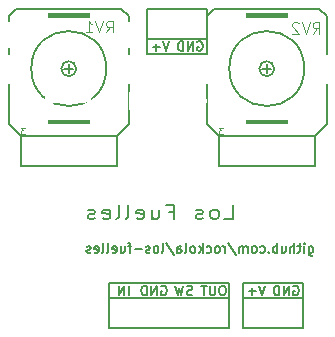
<source format=gbo>
%TF.GenerationSoftware,KiCad,Pcbnew,(5.99.0-2514-g93e326803)*%
%TF.CreationDate,2020-08-01T18:07:19+03:00*%
%TF.ProjectId,los-fuelles,6c6f732d-6675-4656-9c6c-65732e6b6963,rev?*%
%TF.SameCoordinates,Original*%
%TF.FileFunction,Legend,Bot*%
%TF.FilePolarity,Positive*%
%FSLAX46Y46*%
G04 Gerber Fmt 4.6, Leading zero omitted, Abs format (unit mm)*
G04 Created by KiCad (PCBNEW (5.99.0-2514-g93e326803)) date 2020-08-01 18:07:19*
%MOMM*%
%LPD*%
G01*
G04 APERTURE LIST*
%ADD10C,0.127000*%
%ADD11C,0.200000*%
%ADD12C,0.150000*%
%ADD13C,0.081280*%
%ADD14C,0.048768*%
%ADD15O,1.930400X1.930400*%
%ADD16R,1.930400X1.930400*%
%ADD17R,1.500000X1.500000*%
%ADD18C,1.500000*%
%ADD19C,1.600000*%
%ADD20O,1.600000X1.600000*%
%ADD21O,2.250000X2.250000*%
%ADD22R,2.200000X2.200000*%
%ADD23O,2.200000X2.200000*%
%ADD24R,1.600000X1.600000*%
G04 APERTURE END LIST*
D10*
X146556847Y-109404171D02*
X146556847Y-110051790D01*
X146594942Y-110127980D01*
X146633038Y-110166076D01*
X146709228Y-110204171D01*
X146823514Y-110204171D01*
X146899704Y-110166076D01*
X146556847Y-109899409D02*
X146633038Y-109937504D01*
X146785419Y-109937504D01*
X146861609Y-109899409D01*
X146899704Y-109861314D01*
X146937800Y-109785123D01*
X146937800Y-109556552D01*
X146899704Y-109480361D01*
X146861609Y-109442266D01*
X146785419Y-109404171D01*
X146633038Y-109404171D01*
X146556847Y-109442266D01*
X146175895Y-109937504D02*
X146175895Y-109404171D01*
X146175895Y-109137504D02*
X146213990Y-109175600D01*
X146175895Y-109213695D01*
X146137800Y-109175600D01*
X146175895Y-109137504D01*
X146175895Y-109213695D01*
X145909228Y-109404171D02*
X145604466Y-109404171D01*
X145794942Y-109137504D02*
X145794942Y-109823219D01*
X145756847Y-109899409D01*
X145680657Y-109937504D01*
X145604466Y-109937504D01*
X145337800Y-109937504D02*
X145337800Y-109137504D01*
X144994942Y-109937504D02*
X144994942Y-109518457D01*
X145033038Y-109442266D01*
X145109228Y-109404171D01*
X145223514Y-109404171D01*
X145299704Y-109442266D01*
X145337800Y-109480361D01*
X144271133Y-109404171D02*
X144271133Y-109937504D01*
X144613990Y-109404171D02*
X144613990Y-109823219D01*
X144575895Y-109899409D01*
X144499704Y-109937504D01*
X144385419Y-109937504D01*
X144309228Y-109899409D01*
X144271133Y-109861314D01*
X143890180Y-109937504D02*
X143890180Y-109137504D01*
X143890180Y-109442266D02*
X143813990Y-109404171D01*
X143661609Y-109404171D01*
X143585419Y-109442266D01*
X143547323Y-109480361D01*
X143509228Y-109556552D01*
X143509228Y-109785123D01*
X143547323Y-109861314D01*
X143585419Y-109899409D01*
X143661609Y-109937504D01*
X143813990Y-109937504D01*
X143890180Y-109899409D01*
X143166371Y-109861314D02*
X143128276Y-109899409D01*
X143166371Y-109937504D01*
X143204466Y-109899409D01*
X143166371Y-109861314D01*
X143166371Y-109937504D01*
X142442561Y-109899409D02*
X142518752Y-109937504D01*
X142671133Y-109937504D01*
X142747323Y-109899409D01*
X142785419Y-109861314D01*
X142823514Y-109785123D01*
X142823514Y-109556552D01*
X142785419Y-109480361D01*
X142747323Y-109442266D01*
X142671133Y-109404171D01*
X142518752Y-109404171D01*
X142442561Y-109442266D01*
X141985419Y-109937504D02*
X142061609Y-109899409D01*
X142099704Y-109861314D01*
X142137800Y-109785123D01*
X142137800Y-109556552D01*
X142099704Y-109480361D01*
X142061609Y-109442266D01*
X141985419Y-109404171D01*
X141871133Y-109404171D01*
X141794942Y-109442266D01*
X141756847Y-109480361D01*
X141718752Y-109556552D01*
X141718752Y-109785123D01*
X141756847Y-109861314D01*
X141794942Y-109899409D01*
X141871133Y-109937504D01*
X141985419Y-109937504D01*
X141375895Y-109937504D02*
X141375895Y-109404171D01*
X141375895Y-109480361D02*
X141337800Y-109442266D01*
X141261609Y-109404171D01*
X141147323Y-109404171D01*
X141071133Y-109442266D01*
X141033038Y-109518457D01*
X141033038Y-109937504D01*
X141033038Y-109518457D02*
X140994942Y-109442266D01*
X140918752Y-109404171D01*
X140804466Y-109404171D01*
X140728276Y-109442266D01*
X140690180Y-109518457D01*
X140690180Y-109937504D01*
X139737800Y-109099409D02*
X140423514Y-110127980D01*
X139471133Y-109937504D02*
X139471133Y-109404171D01*
X139471133Y-109556552D02*
X139433038Y-109480361D01*
X139394942Y-109442266D01*
X139318752Y-109404171D01*
X139242561Y-109404171D01*
X138861609Y-109937504D02*
X138937800Y-109899409D01*
X138975895Y-109861314D01*
X139013990Y-109785123D01*
X139013990Y-109556552D01*
X138975895Y-109480361D01*
X138937800Y-109442266D01*
X138861609Y-109404171D01*
X138747323Y-109404171D01*
X138671133Y-109442266D01*
X138633038Y-109480361D01*
X138594942Y-109556552D01*
X138594942Y-109785123D01*
X138633038Y-109861314D01*
X138671133Y-109899409D01*
X138747323Y-109937504D01*
X138861609Y-109937504D01*
X137909228Y-109899409D02*
X137985419Y-109937504D01*
X138137800Y-109937504D01*
X138213990Y-109899409D01*
X138252085Y-109861314D01*
X138290180Y-109785123D01*
X138290180Y-109556552D01*
X138252085Y-109480361D01*
X138213990Y-109442266D01*
X138137800Y-109404171D01*
X137985419Y-109404171D01*
X137909228Y-109442266D01*
X137566371Y-109937504D02*
X137566371Y-109137504D01*
X137490180Y-109632742D02*
X137261609Y-109937504D01*
X137261609Y-109404171D02*
X137566371Y-109708933D01*
X136804466Y-109937504D02*
X136880657Y-109899409D01*
X136918752Y-109861314D01*
X136956847Y-109785123D01*
X136956847Y-109556552D01*
X136918752Y-109480361D01*
X136880657Y-109442266D01*
X136804466Y-109404171D01*
X136690180Y-109404171D01*
X136613990Y-109442266D01*
X136575895Y-109480361D01*
X136537800Y-109556552D01*
X136537800Y-109785123D01*
X136575895Y-109861314D01*
X136613990Y-109899409D01*
X136690180Y-109937504D01*
X136804466Y-109937504D01*
X136080657Y-109937504D02*
X136156847Y-109899409D01*
X136194942Y-109823219D01*
X136194942Y-109137504D01*
X135433038Y-109937504D02*
X135433038Y-109518457D01*
X135471133Y-109442266D01*
X135547323Y-109404171D01*
X135699704Y-109404171D01*
X135775895Y-109442266D01*
X135433038Y-109899409D02*
X135509228Y-109937504D01*
X135699704Y-109937504D01*
X135775895Y-109899409D01*
X135813990Y-109823219D01*
X135813990Y-109747028D01*
X135775895Y-109670838D01*
X135699704Y-109632742D01*
X135509228Y-109632742D01*
X135433038Y-109594647D01*
X134480657Y-109099409D02*
X135166371Y-110127980D01*
X134099704Y-109937504D02*
X134175895Y-109899409D01*
X134213990Y-109823219D01*
X134213990Y-109137504D01*
X133680657Y-109937504D02*
X133756847Y-109899409D01*
X133794942Y-109861314D01*
X133833038Y-109785123D01*
X133833038Y-109556552D01*
X133794942Y-109480361D01*
X133756847Y-109442266D01*
X133680657Y-109404171D01*
X133566371Y-109404171D01*
X133490180Y-109442266D01*
X133452085Y-109480361D01*
X133413990Y-109556552D01*
X133413990Y-109785123D01*
X133452085Y-109861314D01*
X133490180Y-109899409D01*
X133566371Y-109937504D01*
X133680657Y-109937504D01*
X133109228Y-109899409D02*
X133033038Y-109937504D01*
X132880657Y-109937504D01*
X132804466Y-109899409D01*
X132766371Y-109823219D01*
X132766371Y-109785123D01*
X132804466Y-109708933D01*
X132880657Y-109670838D01*
X132994942Y-109670838D01*
X133071133Y-109632742D01*
X133109228Y-109556552D01*
X133109228Y-109518457D01*
X133071133Y-109442266D01*
X132994942Y-109404171D01*
X132880657Y-109404171D01*
X132804466Y-109442266D01*
X132423514Y-109632742D02*
X131813990Y-109632742D01*
X131547323Y-109404171D02*
X131242561Y-109404171D01*
X131433038Y-109937504D02*
X131433038Y-109251790D01*
X131394942Y-109175600D01*
X131318752Y-109137504D01*
X131242561Y-109137504D01*
X130633038Y-109404171D02*
X130633038Y-109937504D01*
X130975895Y-109404171D02*
X130975895Y-109823219D01*
X130937800Y-109899409D01*
X130861609Y-109937504D01*
X130747323Y-109937504D01*
X130671133Y-109899409D01*
X130633038Y-109861314D01*
X129947323Y-109899409D02*
X130023514Y-109937504D01*
X130175895Y-109937504D01*
X130252085Y-109899409D01*
X130290180Y-109823219D01*
X130290180Y-109518457D01*
X130252085Y-109442266D01*
X130175895Y-109404171D01*
X130023514Y-109404171D01*
X129947323Y-109442266D01*
X129909228Y-109518457D01*
X129909228Y-109594647D01*
X130290180Y-109670838D01*
X129452085Y-109937504D02*
X129528276Y-109899409D01*
X129566371Y-109823219D01*
X129566371Y-109137504D01*
X129033038Y-109937504D02*
X129109228Y-109899409D01*
X129147323Y-109823219D01*
X129147323Y-109137504D01*
X128423514Y-109899409D02*
X128499704Y-109937504D01*
X128652085Y-109937504D01*
X128728276Y-109899409D01*
X128766371Y-109823219D01*
X128766371Y-109518457D01*
X128728276Y-109442266D01*
X128652085Y-109404171D01*
X128499704Y-109404171D01*
X128423514Y-109442266D01*
X128385419Y-109518457D01*
X128385419Y-109594647D01*
X128766371Y-109670838D01*
X128080657Y-109899409D02*
X128004466Y-109937504D01*
X127852085Y-109937504D01*
X127775895Y-109899409D01*
X127737800Y-109823219D01*
X127737800Y-109785123D01*
X127775895Y-109708933D01*
X127852085Y-109670838D01*
X127966371Y-109670838D01*
X128042561Y-109632742D01*
X128080657Y-109556552D01*
X128080657Y-109518457D01*
X128042561Y-109442266D01*
X127966371Y-109404171D01*
X127852085Y-109404171D01*
X127775895Y-109442266D01*
D11*
X139403257Y-107095857D02*
X140117542Y-107095857D01*
X140117542Y-105895857D01*
X138688971Y-107095857D02*
X138831828Y-107038714D01*
X138903257Y-106981571D01*
X138974685Y-106867285D01*
X138974685Y-106524428D01*
X138903257Y-106410142D01*
X138831828Y-106353000D01*
X138688971Y-106295857D01*
X138474685Y-106295857D01*
X138331828Y-106353000D01*
X138260400Y-106410142D01*
X138188971Y-106524428D01*
X138188971Y-106867285D01*
X138260400Y-106981571D01*
X138331828Y-107038714D01*
X138474685Y-107095857D01*
X138688971Y-107095857D01*
X137617542Y-107038714D02*
X137474685Y-107095857D01*
X137188971Y-107095857D01*
X137046114Y-107038714D01*
X136974685Y-106924428D01*
X136974685Y-106867285D01*
X137046114Y-106753000D01*
X137188971Y-106695857D01*
X137403257Y-106695857D01*
X137546114Y-106638714D01*
X137617542Y-106524428D01*
X137617542Y-106467285D01*
X137546114Y-106353000D01*
X137403257Y-106295857D01*
X137188971Y-106295857D01*
X137046114Y-106353000D01*
X134688971Y-106467285D02*
X135188971Y-106467285D01*
X135188971Y-107095857D02*
X135188971Y-105895857D01*
X134474685Y-105895857D01*
X133260400Y-106295857D02*
X133260400Y-107095857D01*
X133903257Y-106295857D02*
X133903257Y-106924428D01*
X133831828Y-107038714D01*
X133688971Y-107095857D01*
X133474685Y-107095857D01*
X133331828Y-107038714D01*
X133260400Y-106981571D01*
X131974685Y-107038714D02*
X132117542Y-107095857D01*
X132403257Y-107095857D01*
X132546114Y-107038714D01*
X132617542Y-106924428D01*
X132617542Y-106467285D01*
X132546114Y-106353000D01*
X132403257Y-106295857D01*
X132117542Y-106295857D01*
X131974685Y-106353000D01*
X131903257Y-106467285D01*
X131903257Y-106581571D01*
X132617542Y-106695857D01*
X131046114Y-107095857D02*
X131188971Y-107038714D01*
X131260400Y-106924428D01*
X131260400Y-105895857D01*
X130260400Y-107095857D02*
X130403257Y-107038714D01*
X130474685Y-106924428D01*
X130474685Y-105895857D01*
X129117542Y-107038714D02*
X129260400Y-107095857D01*
X129546114Y-107095857D01*
X129688971Y-107038714D01*
X129760400Y-106924428D01*
X129760400Y-106467285D01*
X129688971Y-106353000D01*
X129546114Y-106295857D01*
X129260400Y-106295857D01*
X129117542Y-106353000D01*
X129046114Y-106467285D01*
X129046114Y-106581571D01*
X129760400Y-106695857D01*
X128474685Y-107038714D02*
X128331828Y-107095857D01*
X128046114Y-107095857D01*
X127903257Y-107038714D01*
X127831828Y-106924428D01*
X127831828Y-106867285D01*
X127903257Y-106753000D01*
X128046114Y-106695857D01*
X128260400Y-106695857D01*
X128403257Y-106638714D01*
X128474685Y-106524428D01*
X128474685Y-106467285D01*
X128403257Y-106353000D01*
X128260400Y-106295857D01*
X128046114Y-106295857D01*
X127903257Y-106353000D01*
D12*
%TO.C,J3*%
X139331600Y-112718904D02*
X139179219Y-112718904D01*
X139103028Y-112757000D01*
X139026838Y-112833190D01*
X138988742Y-112985571D01*
X138988742Y-113252238D01*
X139026838Y-113404619D01*
X139103028Y-113480809D01*
X139179219Y-113518904D01*
X139331600Y-113518904D01*
X139407790Y-113480809D01*
X139483980Y-113404619D01*
X139522076Y-113252238D01*
X139522076Y-112985571D01*
X139483980Y-112833190D01*
X139407790Y-112757000D01*
X139331600Y-112718904D01*
X138645885Y-112718904D02*
X138645885Y-113366523D01*
X138607790Y-113442714D01*
X138569695Y-113480809D01*
X138493504Y-113518904D01*
X138341123Y-113518904D01*
X138264933Y-113480809D01*
X138226838Y-113442714D01*
X138188742Y-113366523D01*
X138188742Y-112718904D01*
X137922076Y-112718904D02*
X137464933Y-112718904D01*
X137693504Y-113518904D02*
X137693504Y-112718904D01*
X136677314Y-113480809D02*
X136563028Y-113518904D01*
X136372552Y-113518904D01*
X136296361Y-113480809D01*
X136258266Y-113442714D01*
X136220171Y-113366523D01*
X136220171Y-113290333D01*
X136258266Y-113214142D01*
X136296361Y-113176047D01*
X136372552Y-113137952D01*
X136524933Y-113099857D01*
X136601123Y-113061761D01*
X136639219Y-113023666D01*
X136677314Y-112947476D01*
X136677314Y-112871285D01*
X136639219Y-112795095D01*
X136601123Y-112757000D01*
X136524933Y-112718904D01*
X136334457Y-112718904D01*
X136220171Y-112757000D01*
X135953504Y-112718904D02*
X135763028Y-113518904D01*
X135610647Y-112947476D01*
X135458266Y-113518904D01*
X135267790Y-112718904D01*
X134061123Y-112757000D02*
X134137314Y-112718904D01*
X134251600Y-112718904D01*
X134365885Y-112757000D01*
X134442076Y-112833190D01*
X134480171Y-112909380D01*
X134518266Y-113061761D01*
X134518266Y-113176047D01*
X134480171Y-113328428D01*
X134442076Y-113404619D01*
X134365885Y-113480809D01*
X134251600Y-113518904D01*
X134175409Y-113518904D01*
X134061123Y-113480809D01*
X134023028Y-113442714D01*
X134023028Y-113176047D01*
X134175409Y-113176047D01*
X133680171Y-113518904D02*
X133680171Y-112718904D01*
X133223028Y-113518904D01*
X133223028Y-112718904D01*
X132842076Y-113518904D02*
X132842076Y-112718904D01*
X132651600Y-112718904D01*
X132537314Y-112757000D01*
X132461123Y-112833190D01*
X132423028Y-112909380D01*
X132384933Y-113061761D01*
X132384933Y-113176047D01*
X132423028Y-113328428D01*
X132461123Y-113404619D01*
X132537314Y-113480809D01*
X132651600Y-113518904D01*
X132842076Y-113518904D01*
X131330647Y-113518904D02*
X131330647Y-112718904D01*
X130949695Y-113518904D02*
X130949695Y-112718904D01*
X130492552Y-113518904D01*
X130492552Y-112718904D01*
%TO.C,J2*%
X134746904Y-92043304D02*
X134480238Y-92843304D01*
X134213571Y-92043304D01*
X133946904Y-92538542D02*
X133337380Y-92538542D01*
X133642142Y-92843304D02*
X133642142Y-92233780D01*
X137134523Y-92081400D02*
X137210714Y-92043304D01*
X137325000Y-92043304D01*
X137439285Y-92081400D01*
X137515476Y-92157590D01*
X137553571Y-92233780D01*
X137591666Y-92386161D01*
X137591666Y-92500447D01*
X137553571Y-92652828D01*
X137515476Y-92729019D01*
X137439285Y-92805209D01*
X137325000Y-92843304D01*
X137248809Y-92843304D01*
X137134523Y-92805209D01*
X137096428Y-92767114D01*
X137096428Y-92500447D01*
X137248809Y-92500447D01*
X136753571Y-92843304D02*
X136753571Y-92043304D01*
X136296428Y-92843304D01*
X136296428Y-92043304D01*
X135915476Y-92843304D02*
X135915476Y-92043304D01*
X135725000Y-92043304D01*
X135610714Y-92081400D01*
X135534523Y-92157590D01*
X135496428Y-92233780D01*
X135458333Y-92386161D01*
X135458333Y-92500447D01*
X135496428Y-92652828D01*
X135534523Y-92729019D01*
X135610714Y-92805209D01*
X135725000Y-92843304D01*
X135915476Y-92843304D01*
%TO.C,J1*%
X145262523Y-112757000D02*
X145338714Y-112718904D01*
X145453000Y-112718904D01*
X145567285Y-112757000D01*
X145643476Y-112833190D01*
X145681571Y-112909380D01*
X145719666Y-113061761D01*
X145719666Y-113176047D01*
X145681571Y-113328428D01*
X145643476Y-113404619D01*
X145567285Y-113480809D01*
X145453000Y-113518904D01*
X145376809Y-113518904D01*
X145262523Y-113480809D01*
X145224428Y-113442714D01*
X145224428Y-113176047D01*
X145376809Y-113176047D01*
X144881571Y-113518904D02*
X144881571Y-112718904D01*
X144424428Y-113518904D01*
X144424428Y-112718904D01*
X144043476Y-113518904D02*
X144043476Y-112718904D01*
X143853000Y-112718904D01*
X143738714Y-112757000D01*
X143662523Y-112833190D01*
X143624428Y-112909380D01*
X143586333Y-113061761D01*
X143586333Y-113176047D01*
X143624428Y-113328428D01*
X143662523Y-113404619D01*
X143738714Y-113480809D01*
X143853000Y-113518904D01*
X144043476Y-113518904D01*
X142874904Y-112718904D02*
X142608238Y-113518904D01*
X142341571Y-112718904D01*
X142074904Y-113214142D02*
X141465380Y-113214142D01*
X141770142Y-113518904D02*
X141770142Y-112909380D01*
D13*
%TO.C,RV1*%
X129403323Y-91292438D02*
X129725057Y-90832819D01*
X129954866Y-91292438D02*
X129954866Y-90327238D01*
X129587171Y-90327238D01*
X129495247Y-90373200D01*
X129449285Y-90419161D01*
X129403323Y-90511085D01*
X129403323Y-90648971D01*
X129449285Y-90740895D01*
X129495247Y-90786857D01*
X129587171Y-90832819D01*
X129954866Y-90832819D01*
X129127552Y-90327238D02*
X128805819Y-91292438D01*
X128484085Y-90327238D01*
X127656771Y-91292438D02*
X128208314Y-91292438D01*
X127932542Y-91292438D02*
X127932542Y-90327238D01*
X128024466Y-90465123D01*
X128116390Y-90557047D01*
X128208314Y-90603009D01*
D14*
X122567569Y-99342302D02*
X122209066Y-99342302D01*
X122402106Y-99562920D01*
X122319375Y-99562920D01*
X122264220Y-99590497D01*
X122236643Y-99618074D01*
X122209066Y-99673228D01*
X122209066Y-99811114D01*
X122236643Y-99866268D01*
X122264220Y-99893845D01*
X122319375Y-99921422D01*
X122484837Y-99921422D01*
X122539992Y-99893845D01*
X122567569Y-99866268D01*
D13*
%TO.C,RV2*%
X146903923Y-91394038D02*
X147225657Y-90934419D01*
X147455466Y-91394038D02*
X147455466Y-90428838D01*
X147087771Y-90428838D01*
X146995847Y-90474800D01*
X146949885Y-90520761D01*
X146903923Y-90612685D01*
X146903923Y-90750571D01*
X146949885Y-90842495D01*
X146995847Y-90888457D01*
X147087771Y-90934419D01*
X147455466Y-90934419D01*
X146628152Y-90428838D02*
X146306419Y-91394038D01*
X145984685Y-90428838D01*
X145708914Y-90520761D02*
X145662952Y-90474800D01*
X145571028Y-90428838D01*
X145341219Y-90428838D01*
X145249295Y-90474800D01*
X145203333Y-90520761D01*
X145157371Y-90612685D01*
X145157371Y-90704609D01*
X145203333Y-90842495D01*
X145754876Y-91394038D01*
X145157371Y-91394038D01*
D14*
X139331569Y-99342302D02*
X138973066Y-99342302D01*
X139166106Y-99562920D01*
X139083375Y-99562920D01*
X139028220Y-99590497D01*
X139000643Y-99618074D01*
X138973066Y-99673228D01*
X138973066Y-99811114D01*
X139000643Y-99866268D01*
X139028220Y-99893845D01*
X139083375Y-99921422D01*
X139248837Y-99921422D01*
X139303992Y-99893845D01*
X139331569Y-99866268D01*
D10*
%TO.C,J3*%
X129641600Y-113792000D02*
X129641600Y-112522000D01*
X139801600Y-113792000D02*
X139801600Y-112522000D01*
X129641600Y-112522000D02*
X139801600Y-112522000D01*
X129641600Y-116332000D02*
X129641600Y-113792000D01*
X139801600Y-116332000D02*
X139801600Y-113792000D01*
X129641600Y-116332000D02*
X139801600Y-116332000D01*
X139801600Y-113792000D02*
X129641600Y-113792000D01*
%TO.C,J2*%
X137922000Y-89306400D02*
X132842000Y-89306400D01*
X132842000Y-91846400D02*
X137922000Y-91846400D01*
X137922000Y-91846400D02*
X137922000Y-89306400D01*
X132842000Y-91846400D02*
X132842000Y-89306400D01*
X132842000Y-93116400D02*
X137922000Y-93116400D01*
X137922000Y-93116400D02*
X137922000Y-91846400D01*
X132842000Y-93116400D02*
X132842000Y-91846400D01*
%TO.C,J1*%
X140970000Y-113792000D02*
X140970000Y-112522000D01*
X146050000Y-113792000D02*
X146050000Y-112522000D01*
X140970000Y-112522000D02*
X146050000Y-112522000D01*
X140970000Y-116332000D02*
X140970000Y-113792000D01*
X146050000Y-116332000D02*
X146050000Y-113792000D01*
X140970000Y-116332000D02*
X146050000Y-116332000D01*
X146050000Y-113792000D02*
X140970000Y-113792000D01*
%TO.C,RV1*%
X130302000Y-102616000D02*
X122174000Y-102616000D01*
X121158000Y-89916000D02*
X121158000Y-93091000D01*
X130302000Y-100076000D02*
X131318000Y-99060000D01*
X131318000Y-99060000D02*
X131318000Y-95631000D01*
X126238000Y-93981000D02*
X126238000Y-94711000D01*
X131318000Y-89916000D02*
X131318000Y-93091000D01*
X121158000Y-99060000D02*
X121158000Y-95631000D01*
X122174000Y-102616000D02*
X122174000Y-100076000D01*
X130302000Y-100076000D02*
X130302000Y-102616000D01*
X121793000Y-89281000D02*
X130683000Y-89281000D01*
X122174000Y-100076000D02*
X130302000Y-100076000D01*
X125873000Y-94346000D02*
X126603000Y-94346000D01*
X121158000Y-89916000D02*
X121793000Y-89281000D01*
X130683000Y-89281000D02*
X131318000Y-89916000D01*
X121158000Y-99060000D02*
X122174000Y-100076000D01*
X126873000Y-94361000D02*
G75*
G03*
X126873000Y-94361000I-635000J0D01*
G01*
X129413000Y-94346000D02*
G75*
G03*
X129413000Y-94346000I-3175000J0D01*
G01*
G36*
X128016000Y-90043000D02*
G01*
X124460000Y-90043000D01*
X124460000Y-89662000D01*
X128016000Y-89662000D01*
X128016000Y-90043000D01*
G37*
G36*
X128016000Y-99060000D02*
G01*
X124460000Y-99060000D01*
X124460000Y-98679000D01*
X128016000Y-98679000D01*
X128016000Y-99060000D01*
G37*
%TO.C,RV2*%
X147066000Y-102616000D02*
X138938000Y-102616000D01*
X137922000Y-89916000D02*
X137922000Y-93091000D01*
X147066000Y-100076000D02*
X148082000Y-99060000D01*
X148082000Y-99060000D02*
X148082000Y-95631000D01*
X143002000Y-93981000D02*
X143002000Y-94711000D01*
X148082000Y-89916000D02*
X148082000Y-93091000D01*
X137922000Y-99060000D02*
X137922000Y-95631000D01*
X138938000Y-102616000D02*
X138938000Y-100076000D01*
X147066000Y-100076000D02*
X147066000Y-102616000D01*
X138557000Y-89281000D02*
X147447000Y-89281000D01*
X138938000Y-100076000D02*
X147066000Y-100076000D01*
X142637000Y-94346000D02*
X143367000Y-94346000D01*
X137922000Y-89916000D02*
X138557000Y-89281000D01*
X147447000Y-89281000D02*
X148082000Y-89916000D01*
X137922000Y-99060000D02*
X138938000Y-100076000D01*
X143637000Y-94361000D02*
G75*
G03*
X143637000Y-94361000I-635000J0D01*
G01*
X146177000Y-94346000D02*
G75*
G03*
X146177000Y-94346000I-3175000J0D01*
G01*
G36*
X144780000Y-90043000D02*
G01*
X141224000Y-90043000D01*
X141224000Y-89662000D01*
X144780000Y-89662000D01*
X144780000Y-90043000D01*
G37*
G36*
X144780000Y-99060000D02*
G01*
X141224000Y-99060000D01*
X141224000Y-98679000D01*
X144780000Y-98679000D01*
X144780000Y-99060000D01*
G37*
%TD*%
%LPC*%
D15*
%TO.C,J3*%
X138531600Y-115062000D03*
X135991600Y-115062000D03*
X133451600Y-115062000D03*
D16*
X130911600Y-115062000D03*
%TD*%
D17*
%TO.C,Q2*%
X132080000Y-97129600D03*
D18*
X137160000Y-97129600D03*
X134620000Y-97129600D03*
%TD*%
D15*
%TO.C,J2*%
X136652000Y-90576400D03*
D16*
X134112000Y-90576400D03*
%TD*%
D15*
%TO.C,J1*%
X144780000Y-115062000D03*
D16*
X142240000Y-115062000D03*
%TD*%
D19*
%TO.C,C6*%
X121158000Y-107442000D03*
X126158000Y-107442000D03*
%TD*%
%TO.C,R3*%
X135128000Y-111506000D03*
D20*
X135128000Y-103886000D03*
%TD*%
D21*
%TO.C,RV1*%
X131238000Y-94346000D03*
X121238000Y-94346000D03*
D16*
X128778000Y-101346000D03*
D15*
X126238000Y-101346000D03*
X123698000Y-101346000D03*
%TD*%
D19*
%TO.C,R2*%
X132080000Y-111506000D03*
D20*
X132080000Y-103886000D03*
%TD*%
D19*
%TO.C,C4*%
X140385800Y-97993200D03*
X145385800Y-97993200D03*
%TD*%
%TO.C,C2*%
X121158000Y-110540800D03*
X126158000Y-110540800D03*
%TD*%
%TO.C,R1*%
X129032000Y-103886000D03*
D20*
X129032000Y-111506000D03*
%TD*%
D19*
%TO.C,C1*%
X126161800Y-104368600D03*
X121161800Y-104368600D03*
%TD*%
D22*
%TO.C,D1*%
X121132600Y-91516200D03*
D23*
X131292600Y-91516200D03*
%TD*%
D24*
%TO.C,C3*%
X142113000Y-106299000D03*
D19*
X144613000Y-106299000D03*
%TD*%
D24*
%TO.C,C5*%
X124968000Y-96520000D03*
D19*
X127468000Y-96520000D03*
%TD*%
%TO.C,R4*%
X138176000Y-103886000D03*
D20*
X138176000Y-111506000D03*
%TD*%
D21*
%TO.C,RV2*%
X138002000Y-94346000D03*
X148002000Y-94346000D03*
D16*
X145542000Y-101346000D03*
D15*
X143002000Y-101346000D03*
X140462000Y-101346000D03*
%TD*%
M02*

</source>
